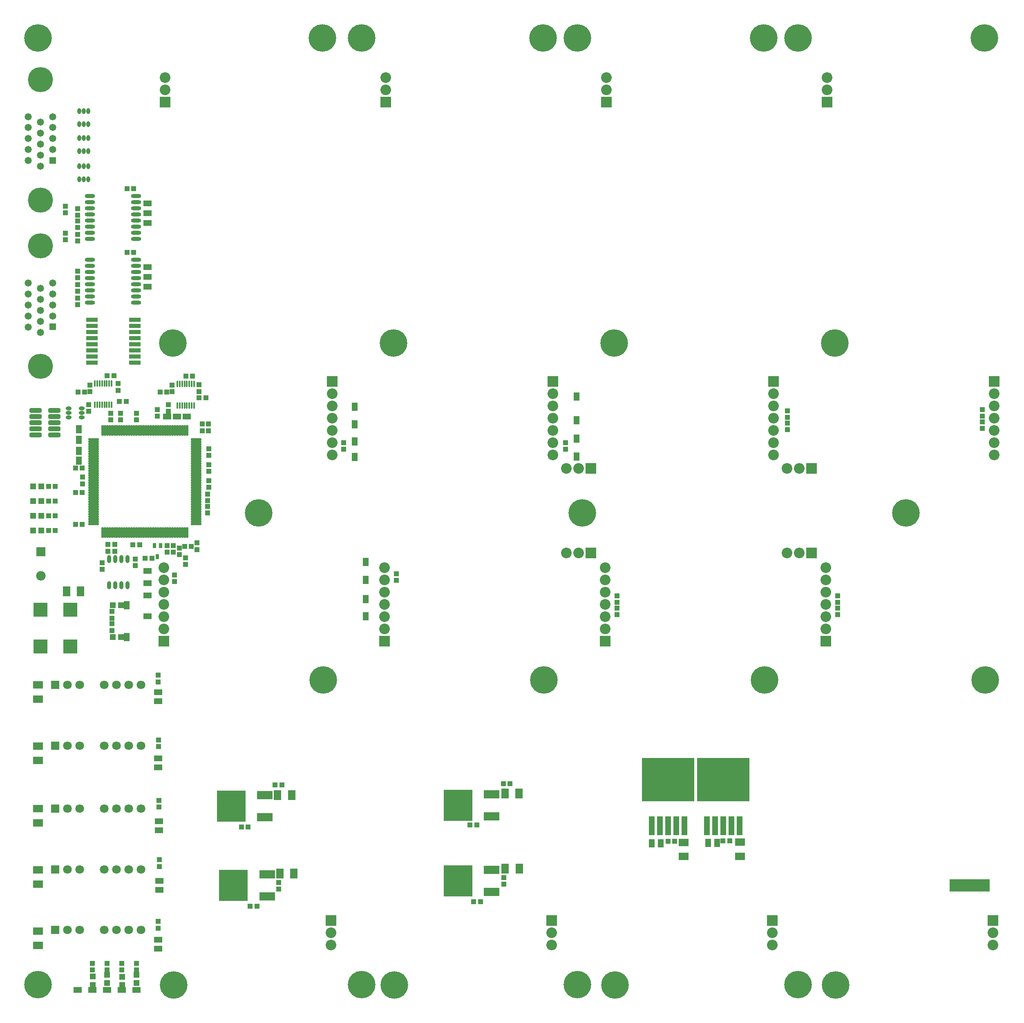
<source format=gts>
G04*
G04 #@! TF.GenerationSoftware,Altium Limited,Altium Designer,20.0.14 (345)*
G04*
G04 Layer_Color=8388736*
%FSLAX25Y25*%
%MOIN*%
G70*
G01*
G75*
%ADD44R,0.32857X0.10236*%
%ADD45R,0.42800X0.35800*%
%ADD46R,0.05000X0.15800*%
%ADD47R,0.04343X0.03950*%
%ADD48R,0.03950X0.04343*%
%ADD49R,0.09800X0.03800*%
%ADD50R,0.06706X0.05131*%
%ADD51R,0.04737X0.07099*%
%ADD52R,0.07887X0.05918*%
%ADD53R,0.05131X0.06706*%
%ADD54R,0.05918X0.07887*%
%ADD55R,0.12611X0.07099*%
%ADD56R,0.23635X0.25210*%
%ADD57R,0.04540X0.04540*%
%ADD58R,0.07099X0.04737*%
%ADD59R,0.02769X0.04343*%
%ADD60R,0.04540X0.04540*%
%ADD61O,0.03162X0.06509*%
%ADD62O,0.09068X0.01981*%
%ADD63O,0.01981X0.09068*%
%ADD64O,0.04737X0.03162*%
%ADD65O,0.08280X0.03162*%
%ADD66O,0.03162X0.04737*%
%ADD67R,0.11430X0.11430*%
G04:AMPARAMS|DCode=68|XSize=37.92mil|YSize=102.49mil|CornerRadius=11.48mil|HoleSize=0mil|Usage=FLASHONLY|Rotation=270.000|XOffset=0mil|YOffset=0mil|HoleType=Round|Shape=RoundedRectangle|*
%AMROUNDEDRECTD68*
21,1,0.03792,0.07953,0,0,270.0*
21,1,0.01496,0.10249,0,0,270.0*
1,1,0.02296,-0.03976,-0.00748*
1,1,0.02296,-0.03976,0.00748*
1,1,0.02296,0.03976,0.00748*
1,1,0.02296,0.03976,-0.00748*
%
%ADD68ROUNDEDRECTD68*%
%ADD69O,0.01400X0.05715*%
%ADD70C,0.08674*%
%ADD71R,0.08674X0.08674*%
%ADD72R,0.07099X0.07099*%
%ADD73C,0.07099*%
%ADD74R,0.08674X0.08674*%
%ADD75C,0.20485*%
%ADD76C,0.05800*%
%ADD77R,0.05800X0.05800*%
%ADD78C,0.07800*%
%ADD79R,0.07800X0.07800*%
%ADD80C,0.22453*%
%ADD81C,0.03400*%
D44*
X759898Y81255D02*
D03*
D45*
X513828Y167402D02*
D03*
X558828D02*
D03*
D46*
X500428Y129902D02*
D03*
X507128D02*
D03*
X527228D02*
D03*
X520528D02*
D03*
X513828D02*
D03*
X558828D02*
D03*
X565528D02*
D03*
X572228D02*
D03*
X552128D02*
D03*
X545428D02*
D03*
D47*
X770291Y464044D02*
D03*
Y469556D02*
D03*
X652291Y307556D02*
D03*
Y302044D02*
D03*
X611291Y463044D02*
D03*
Y468556D02*
D03*
X472291Y307556D02*
D03*
Y302044D02*
D03*
X22291Y608044D02*
D03*
Y613556D02*
D03*
X36291Y414312D02*
D03*
Y408800D02*
D03*
X139291Y432044D02*
D03*
Y437556D02*
D03*
X120291Y348556D02*
D03*
Y343044D02*
D03*
X138291Y395044D02*
D03*
Y400556D02*
D03*
X32291Y566044D02*
D03*
Y571556D02*
D03*
Y618044D02*
D03*
Y623556D02*
D03*
Y582556D02*
D03*
Y577044D02*
D03*
Y633556D02*
D03*
Y628044D02*
D03*
X22291Y635556D02*
D03*
Y630044D02*
D03*
X109291Y489556D02*
D03*
Y484044D02*
D03*
X41291Y468044D02*
D03*
Y473556D02*
D03*
X106291Y468044D02*
D03*
Y473556D02*
D03*
X42291Y489556D02*
D03*
Y484044D02*
D03*
X652291Y312044D02*
D03*
Y317556D02*
D03*
X472291Y312044D02*
D03*
Y317556D02*
D03*
X611291Y458556D02*
D03*
Y453044D02*
D03*
X770291Y459556D02*
D03*
Y454044D02*
D03*
X52291Y339044D02*
D03*
Y344556D02*
D03*
X129426Y355254D02*
D03*
Y360766D02*
D03*
X134000Y457756D02*
D03*
Y452244D02*
D03*
X139291Y419044D02*
D03*
Y424556D02*
D03*
Y411556D02*
D03*
Y406044D02*
D03*
X138291Y390556D02*
D03*
Y385044D02*
D03*
X97291Y469556D02*
D03*
Y464044D02*
D03*
X139000Y457756D02*
D03*
Y452244D02*
D03*
X67291Y466556D02*
D03*
Y461044D02*
D03*
X115291Y351044D02*
D03*
Y356556D02*
D03*
X110375Y358556D02*
D03*
Y353044D02*
D03*
X105291Y353044D02*
D03*
Y358556D02*
D03*
X32291Y612556D02*
D03*
Y607044D02*
D03*
X80291Y466556D02*
D03*
Y461044D02*
D03*
X59291Y466556D02*
D03*
Y461044D02*
D03*
X32291Y560556D02*
D03*
Y555044D02*
D03*
X65291Y485288D02*
D03*
Y490800D02*
D03*
X131291Y484288D02*
D03*
Y489800D02*
D03*
X292291Y335556D02*
D03*
Y330044D02*
D03*
X379741Y82044D02*
D03*
Y87556D02*
D03*
X80291Y12044D02*
D03*
Y17556D02*
D03*
X68291Y12044D02*
D03*
Y17556D02*
D03*
X56291Y12044D02*
D03*
Y17556D02*
D03*
X44291Y12044D02*
D03*
Y17556D02*
D03*
X98809Y96465D02*
D03*
Y101977D02*
D03*
X98584Y145075D02*
D03*
Y150587D02*
D03*
X98059Y194446D02*
D03*
Y199958D02*
D03*
X98000Y46244D02*
D03*
Y51756D02*
D03*
Y252756D02*
D03*
Y247244D02*
D03*
X111291Y334556D02*
D03*
Y329044D02*
D03*
X79291Y342044D02*
D03*
Y347556D02*
D03*
X60291Y289288D02*
D03*
Y294800D02*
D03*
Y304800D02*
D03*
Y299288D02*
D03*
X249291Y442556D02*
D03*
Y437044D02*
D03*
X430291Y442556D02*
D03*
Y437044D02*
D03*
X196344Y83533D02*
D03*
Y78021D02*
D03*
D48*
X92756Y348000D02*
D03*
X87244D02*
D03*
X38047Y483800D02*
D03*
X32535D02*
D03*
X105047D02*
D03*
X99535D02*
D03*
X61756Y497000D02*
D03*
X56244D02*
D03*
X126047Y496800D02*
D03*
X120535D02*
D03*
X57045Y359472D02*
D03*
X62556D02*
D03*
X77323Y359139D02*
D03*
X82835D02*
D03*
X125047Y357800D02*
D03*
X119535D02*
D03*
X30535Y421800D02*
D03*
X36047D02*
D03*
X78047Y597800D02*
D03*
X72535D02*
D03*
X30535Y401800D02*
D03*
X36047D02*
D03*
X30535Y375800D02*
D03*
X36047D02*
D03*
X78047Y649800D02*
D03*
X72535D02*
D03*
X136756Y479000D02*
D03*
X131244D02*
D03*
X71756Y476000D02*
D03*
X66244D02*
D03*
X558693Y117375D02*
D03*
X564205D02*
D03*
X379488Y164000D02*
D03*
X385000D02*
D03*
X193244Y163000D02*
D03*
X198756D02*
D03*
X57045Y353800D02*
D03*
X62556D02*
D03*
X14047Y406800D02*
D03*
X8535D02*
D03*
X14047Y394800D02*
D03*
X8535D02*
D03*
X14047Y382800D02*
D03*
X8535D02*
D03*
X14047Y370800D02*
D03*
X8535D02*
D03*
X165779Y128800D02*
D03*
X171291D02*
D03*
X513827Y117174D02*
D03*
X519339D02*
D03*
X172901Y64021D02*
D03*
X178413D02*
D03*
X355229Y67800D02*
D03*
X360741D02*
D03*
X352259Y130373D02*
D03*
X357771D02*
D03*
D49*
X79000Y527729D02*
D03*
Y522729D02*
D03*
Y517729D02*
D03*
Y532729D02*
D03*
Y537729D02*
D03*
Y542729D02*
D03*
Y507729D02*
D03*
Y512729D02*
D03*
X44000Y542729D02*
D03*
Y507729D02*
D03*
Y512729D02*
D03*
Y517729D02*
D03*
Y522729D02*
D03*
Y537729D02*
D03*
Y532729D02*
D03*
Y527729D02*
D03*
D50*
X98000Y29300D02*
D03*
Y36700D02*
D03*
X98584Y126131D02*
D03*
Y133531D02*
D03*
X97927Y177433D02*
D03*
Y184833D02*
D03*
X98000Y238700D02*
D03*
Y231300D02*
D03*
X98809Y84921D02*
D03*
Y77521D02*
D03*
D51*
X439169Y479975D02*
D03*
Y445935D02*
D03*
Y431000D02*
D03*
X258291Y471800D02*
D03*
Y443617D02*
D03*
Y430800D02*
D03*
X267116Y345204D02*
D03*
Y330509D02*
D03*
X267291Y300800D02*
D03*
X267116Y314927D02*
D03*
X33238Y427675D02*
D03*
X33136Y453579D02*
D03*
X33291Y435800D02*
D03*
X33343Y444692D02*
D03*
X258291Y457531D02*
D03*
X439169Y460738D02*
D03*
X72291Y309800D02*
D03*
Y283800D02*
D03*
D52*
X572449Y104958D02*
D03*
Y116375D02*
D03*
X526583Y104756D02*
D03*
Y116174D02*
D03*
X0Y194709D02*
D03*
Y183291D02*
D03*
Y244709D02*
D03*
Y233291D02*
D03*
Y143709D02*
D03*
Y132291D02*
D03*
Y82291D02*
D03*
Y93709D02*
D03*
X-0Y43709D02*
D03*
Y32291D02*
D03*
D53*
X546416Y115796D02*
D03*
X553816D02*
D03*
X507820Y115595D02*
D03*
X500420D02*
D03*
D54*
X380932Y156129D02*
D03*
X392349D02*
D03*
X392449Y94800D02*
D03*
X381032D02*
D03*
X208549Y90777D02*
D03*
X197132D02*
D03*
X195323Y154800D02*
D03*
X206741D02*
D03*
X23291Y321000D02*
D03*
X34709D02*
D03*
D55*
X370032Y75804D02*
D03*
Y93796D02*
D03*
X186840Y72025D02*
D03*
Y90017D02*
D03*
X185032Y136808D02*
D03*
Y154800D02*
D03*
X370032Y155600D02*
D03*
Y137608D02*
D03*
D56*
X342552Y84800D02*
D03*
X159360Y81021D02*
D03*
X157552Y145804D02*
D03*
X342552Y146604D02*
D03*
D57*
X80291Y8146D02*
D03*
Y1453D02*
D03*
X68417Y6510D02*
D03*
Y-183D02*
D03*
X56291Y8146D02*
D03*
Y1453D02*
D03*
X44418Y6630D02*
D03*
Y-62D02*
D03*
D58*
X44291Y-4200D02*
D03*
X32291D02*
D03*
X89291Y337800D02*
D03*
Y327800D02*
D03*
Y317800D02*
D03*
Y300800D02*
D03*
X105291Y463800D02*
D03*
X113291D02*
D03*
X121291D02*
D03*
X89291Y569800D02*
D03*
Y577800D02*
D03*
Y585800D02*
D03*
Y621800D02*
D03*
Y629800D02*
D03*
Y637800D02*
D03*
X56291Y-4200D02*
D03*
X80291D02*
D03*
X68291D02*
D03*
D59*
X99839Y358301D02*
D03*
X94721D02*
D03*
X97280Y349443D02*
D03*
D60*
X67638Y283800D02*
D03*
X60945D02*
D03*
Y309800D02*
D03*
X67638D02*
D03*
X-4055Y406800D02*
D03*
X2638D02*
D03*
X-4055Y394800D02*
D03*
X2638D02*
D03*
Y382800D02*
D03*
X-4055D02*
D03*
X2638Y370800D02*
D03*
X-4055D02*
D03*
D61*
X72791Y347528D02*
D03*
X67791D02*
D03*
X62791D02*
D03*
X57791D02*
D03*
X72791Y326072D02*
D03*
X67791D02*
D03*
X62791D02*
D03*
X57791D02*
D03*
D62*
X45268Y376280D02*
D03*
Y378249D02*
D03*
Y380217D02*
D03*
Y382186D02*
D03*
Y384154D02*
D03*
Y386123D02*
D03*
Y388091D02*
D03*
Y390060D02*
D03*
Y392028D02*
D03*
Y393997D02*
D03*
Y395965D02*
D03*
Y397934D02*
D03*
Y399902D02*
D03*
Y401871D02*
D03*
Y403839D02*
D03*
Y405808D02*
D03*
Y407776D02*
D03*
Y409745D02*
D03*
Y411713D02*
D03*
Y413682D02*
D03*
Y415650D02*
D03*
Y417619D02*
D03*
Y419587D02*
D03*
Y421556D02*
D03*
Y423524D02*
D03*
Y425493D02*
D03*
Y427461D02*
D03*
Y429430D02*
D03*
Y431398D02*
D03*
Y433367D02*
D03*
Y435335D02*
D03*
Y437304D02*
D03*
Y439272D02*
D03*
Y441241D02*
D03*
Y443210D02*
D03*
Y445178D02*
D03*
X128732D02*
D03*
Y443210D02*
D03*
Y441241D02*
D03*
Y439272D02*
D03*
Y437304D02*
D03*
Y435335D02*
D03*
Y433367D02*
D03*
Y431398D02*
D03*
Y429430D02*
D03*
Y427461D02*
D03*
Y425493D02*
D03*
Y423524D02*
D03*
Y421556D02*
D03*
Y419587D02*
D03*
Y417619D02*
D03*
Y415650D02*
D03*
Y413682D02*
D03*
Y411713D02*
D03*
Y409745D02*
D03*
Y407776D02*
D03*
Y405808D02*
D03*
Y403839D02*
D03*
Y401871D02*
D03*
Y399902D02*
D03*
Y397934D02*
D03*
Y395965D02*
D03*
Y393997D02*
D03*
Y392028D02*
D03*
Y390060D02*
D03*
Y388091D02*
D03*
Y386123D02*
D03*
Y384154D02*
D03*
Y382186D02*
D03*
Y380217D02*
D03*
Y378249D02*
D03*
Y376280D02*
D03*
D63*
X52551Y452461D02*
D03*
X54520D02*
D03*
X56488D02*
D03*
X58457D02*
D03*
X60425D02*
D03*
X62394D02*
D03*
X64362D02*
D03*
X66331D02*
D03*
X68299D02*
D03*
X70268D02*
D03*
X72236D02*
D03*
X74205D02*
D03*
X76173D02*
D03*
X78142D02*
D03*
X80110D02*
D03*
X82079D02*
D03*
X84047D02*
D03*
X86016D02*
D03*
X87984D02*
D03*
X89953D02*
D03*
X91921D02*
D03*
X93890D02*
D03*
X95858D02*
D03*
X97827D02*
D03*
X99795D02*
D03*
X101764D02*
D03*
X103732D02*
D03*
X105701D02*
D03*
X107669D02*
D03*
X109638D02*
D03*
X111606D02*
D03*
X113575D02*
D03*
X115543D02*
D03*
X117512D02*
D03*
X119480D02*
D03*
X121449D02*
D03*
Y368997D02*
D03*
X119480D02*
D03*
X117512D02*
D03*
X115543D02*
D03*
X113575D02*
D03*
X111606D02*
D03*
X109638D02*
D03*
X107669D02*
D03*
X105701D02*
D03*
X103732D02*
D03*
X101764D02*
D03*
X99795D02*
D03*
X97827D02*
D03*
X95858D02*
D03*
X93890D02*
D03*
X91921D02*
D03*
X89953D02*
D03*
X87984D02*
D03*
X86016D02*
D03*
X84047D02*
D03*
X82079D02*
D03*
X80110D02*
D03*
X78142D02*
D03*
X76173D02*
D03*
X74205D02*
D03*
X72236D02*
D03*
X70268D02*
D03*
X68299D02*
D03*
X66331D02*
D03*
X64362D02*
D03*
X62394D02*
D03*
X60425D02*
D03*
X58457D02*
D03*
X56488D02*
D03*
X54520D02*
D03*
X52551D02*
D03*
D64*
X35606Y463060D02*
D03*
Y466800D02*
D03*
Y470540D02*
D03*
X24976Y463060D02*
D03*
Y466800D02*
D03*
Y470540D02*
D03*
D65*
X79760Y556729D02*
D03*
Y561729D02*
D03*
Y566729D02*
D03*
Y571729D02*
D03*
Y576729D02*
D03*
Y581729D02*
D03*
Y586729D02*
D03*
Y591729D02*
D03*
X42358Y556729D02*
D03*
Y561729D02*
D03*
Y566729D02*
D03*
Y571729D02*
D03*
Y576729D02*
D03*
Y581729D02*
D03*
Y586729D02*
D03*
Y591729D02*
D03*
X79760Y608729D02*
D03*
Y613729D02*
D03*
Y618729D02*
D03*
Y623729D02*
D03*
Y628729D02*
D03*
Y633729D02*
D03*
Y638729D02*
D03*
Y643729D02*
D03*
X42358Y608729D02*
D03*
Y613729D02*
D03*
Y618729D02*
D03*
Y623729D02*
D03*
Y628729D02*
D03*
Y633729D02*
D03*
Y638729D02*
D03*
Y643729D02*
D03*
D66*
X41032Y668115D02*
D03*
X37291D02*
D03*
X33551D02*
D03*
X41032Y657485D02*
D03*
X37291D02*
D03*
X33551D02*
D03*
X41032Y691115D02*
D03*
X37291D02*
D03*
X33551D02*
D03*
X41032Y680485D02*
D03*
X37291D02*
D03*
X33551D02*
D03*
X41032Y713115D02*
D03*
X37291D02*
D03*
X33551D02*
D03*
X41032Y702485D02*
D03*
X37291D02*
D03*
X33551D02*
D03*
D67*
X26244Y306000D02*
D03*
X1756D02*
D03*
X26244Y276000D02*
D03*
X1756D02*
D03*
D68*
X13124Y448800D02*
D03*
Y453800D02*
D03*
Y458800D02*
D03*
Y463800D02*
D03*
Y468800D02*
D03*
X-2231Y448800D02*
D03*
Y453800D02*
D03*
Y458800D02*
D03*
Y463800D02*
D03*
Y468800D02*
D03*
D69*
X113480Y472800D02*
D03*
X115449D02*
D03*
X117417D02*
D03*
X119386D02*
D03*
X121354D02*
D03*
X123323D02*
D03*
X125291D02*
D03*
X127260D02*
D03*
X113480Y490320D02*
D03*
X115449D02*
D03*
X117417D02*
D03*
X119386D02*
D03*
X121354D02*
D03*
X123323D02*
D03*
X125291D02*
D03*
X127260D02*
D03*
X46182Y473341D02*
D03*
X48150D02*
D03*
X50119D02*
D03*
X52087D02*
D03*
X54056D02*
D03*
X56024D02*
D03*
X57993D02*
D03*
X59961D02*
D03*
X46182Y490861D02*
D03*
X48150D02*
D03*
X50119D02*
D03*
X52087D02*
D03*
X54056D02*
D03*
X56024D02*
D03*
X57993D02*
D03*
X59961D02*
D03*
D70*
X779964Y442326D02*
D03*
Y462326D02*
D03*
Y452326D02*
D03*
Y472326D02*
D03*
Y482326D02*
D03*
Y432326D02*
D03*
X599964Y442326D02*
D03*
Y462326D02*
D03*
Y452326D02*
D03*
Y472326D02*
D03*
Y482326D02*
D03*
Y432326D02*
D03*
X419964D02*
D03*
Y482326D02*
D03*
Y472326D02*
D03*
Y452326D02*
D03*
Y462326D02*
D03*
Y442326D02*
D03*
X642520Y330425D02*
D03*
Y310425D02*
D03*
Y320425D02*
D03*
Y300425D02*
D03*
Y290425D02*
D03*
Y340425D02*
D03*
X462520D02*
D03*
Y290425D02*
D03*
Y300425D02*
D03*
Y320425D02*
D03*
Y310425D02*
D03*
Y330425D02*
D03*
X239964Y442326D02*
D03*
Y462326D02*
D03*
Y452326D02*
D03*
Y472326D02*
D03*
Y482326D02*
D03*
Y432326D02*
D03*
X102520Y340425D02*
D03*
Y290425D02*
D03*
Y300425D02*
D03*
Y320425D02*
D03*
Y310425D02*
D03*
Y330425D02*
D03*
X282520D02*
D03*
Y310425D02*
D03*
Y320425D02*
D03*
Y300425D02*
D03*
Y290425D02*
D03*
Y340425D02*
D03*
X103476Y740307D02*
D03*
Y730307D02*
D03*
X238999Y42429D02*
D03*
Y32429D02*
D03*
X598999D02*
D03*
Y42429D02*
D03*
X643476Y730307D02*
D03*
Y740307D02*
D03*
X283476D02*
D03*
Y730307D02*
D03*
X418999Y42429D02*
D03*
Y32429D02*
D03*
X778999D02*
D03*
Y42429D02*
D03*
X463476Y730307D02*
D03*
Y740307D02*
D03*
X610964Y421326D02*
D03*
X620964D02*
D03*
X440964D02*
D03*
X430964D02*
D03*
Y352326D02*
D03*
X440964D02*
D03*
X620964D02*
D03*
X610964D02*
D03*
D71*
X779964Y492326D02*
D03*
X599964D02*
D03*
X419964D02*
D03*
X642520Y280425D02*
D03*
X462520D02*
D03*
X239964Y492326D02*
D03*
X102520Y280425D02*
D03*
X282520D02*
D03*
X103476Y720307D02*
D03*
X238999Y52429D02*
D03*
X598999D02*
D03*
X643476Y720307D02*
D03*
X283476D02*
D03*
X418999Y52429D02*
D03*
X778999D02*
D03*
X463476Y720307D02*
D03*
D72*
X14000Y143831D02*
D03*
Y94021D02*
D03*
Y195000D02*
D03*
Y44800D02*
D03*
Y244800D02*
D03*
D73*
X24000Y143831D02*
D03*
X34000D02*
D03*
X54000D02*
D03*
X64000D02*
D03*
X74000D02*
D03*
X84000D02*
D03*
Y94021D02*
D03*
X74000D02*
D03*
X64000D02*
D03*
X54000D02*
D03*
X34000D02*
D03*
X24000D02*
D03*
Y195000D02*
D03*
X34000D02*
D03*
X54000D02*
D03*
X64000D02*
D03*
X74000D02*
D03*
X84000D02*
D03*
Y44800D02*
D03*
X74000D02*
D03*
X64000D02*
D03*
X54000D02*
D03*
X34000D02*
D03*
X24000D02*
D03*
Y244800D02*
D03*
X34000D02*
D03*
X54000D02*
D03*
X64000D02*
D03*
X74000D02*
D03*
X84000D02*
D03*
D74*
X630964Y421326D02*
D03*
X450964D02*
D03*
Y352326D02*
D03*
X630964D02*
D03*
D75*
X2000Y603115D02*
D03*
Y504729D02*
D03*
Y640536D02*
D03*
Y738922D02*
D03*
D76*
Y532406D02*
D03*
Y541383D02*
D03*
Y550359D02*
D03*
Y559335D02*
D03*
Y568312D02*
D03*
X12000Y572800D02*
D03*
Y563824D02*
D03*
Y554847D02*
D03*
Y545871D02*
D03*
X-8000Y572800D02*
D03*
Y563824D02*
D03*
Y554847D02*
D03*
Y545871D02*
D03*
Y536895D02*
D03*
Y672702D02*
D03*
Y681678D02*
D03*
Y690654D02*
D03*
Y699631D02*
D03*
Y708607D02*
D03*
X12000Y681678D02*
D03*
Y690654D02*
D03*
Y699631D02*
D03*
Y708607D02*
D03*
X2000Y704119D02*
D03*
Y695143D02*
D03*
Y686166D02*
D03*
Y677190D02*
D03*
Y668213D02*
D03*
D77*
X11842Y536973D02*
D03*
Y672780D02*
D03*
D78*
X2291Y333800D02*
D03*
D79*
Y353485D02*
D03*
D80*
X180000Y385000D02*
D03*
X110000Y523800D02*
D03*
X412000Y772800D02*
D03*
X440000D02*
D03*
X592000D02*
D03*
X620000D02*
D03*
X444000Y385000D02*
D03*
X708000D02*
D03*
X650552Y-91D02*
D03*
X620000Y0D02*
D03*
X290552Y-91D02*
D03*
X264000Y0D02*
D03*
X0D02*
D03*
X772000Y772800D02*
D03*
X440000Y0D02*
D03*
X412552Y248909D02*
D03*
X772552D02*
D03*
X592552D02*
D03*
X232552D02*
D03*
X232000Y772800D02*
D03*
X264000D02*
D03*
X650000Y523800D02*
D03*
X470000D02*
D03*
X470552Y-91D02*
D03*
X110552D02*
D03*
X290000Y523800D02*
D03*
X-0Y772800D02*
D03*
D81*
X625921Y767041D02*
D03*
X613921Y779041D02*
D03*
X613421Y767541D02*
D03*
X625921Y779041D02*
D03*
X619921Y764541D02*
D03*
X628421Y773041D02*
D03*
X611421D02*
D03*
X619921Y781541D02*
D03*
X625921Y-5759D02*
D03*
X613921Y6241D02*
D03*
X613421Y-5259D02*
D03*
X625921Y6241D02*
D03*
X619921Y-8259D02*
D03*
X628421Y241D02*
D03*
X611421D02*
D03*
X619921Y8741D02*
D03*
X263921D02*
D03*
X255421Y241D02*
D03*
X272422D02*
D03*
X263921Y-8259D02*
D03*
X269921Y6241D02*
D03*
X257421Y-5259D02*
D03*
X257922Y6241D02*
D03*
X269921Y-5759D02*
D03*
X439922Y8741D02*
D03*
X431422Y241D02*
D03*
X448421D02*
D03*
X439922Y-8259D02*
D03*
X445922Y6241D02*
D03*
X433422Y-5259D02*
D03*
X433921Y6241D02*
D03*
X445922Y-5759D02*
D03*
X-78Y8741D02*
D03*
X-8579Y241D02*
D03*
X8422D02*
D03*
X-78Y-8259D02*
D03*
X5922Y6241D02*
D03*
X-6578Y-5259D02*
D03*
X-6078Y6241D02*
D03*
X5922Y-5759D02*
D03*
X439922Y781541D02*
D03*
X431422Y773041D02*
D03*
X448421D02*
D03*
X439922Y764541D02*
D03*
X445922Y779041D02*
D03*
X433422Y767541D02*
D03*
X433921Y779041D02*
D03*
X445922Y767041D02*
D03*
X263921Y781541D02*
D03*
X255421Y773041D02*
D03*
X272422D02*
D03*
X263921Y764541D02*
D03*
X269921Y779041D02*
D03*
X257421Y767541D02*
D03*
X257922Y779041D02*
D03*
X269921Y767041D02*
D03*
X5922D02*
D03*
X-6078Y779041D02*
D03*
X-6578Y767541D02*
D03*
X5922Y779041D02*
D03*
X-78Y764541D02*
D03*
X8422Y773041D02*
D03*
X-8579D02*
D03*
X-78Y781541D02*
D03*
M02*

</source>
